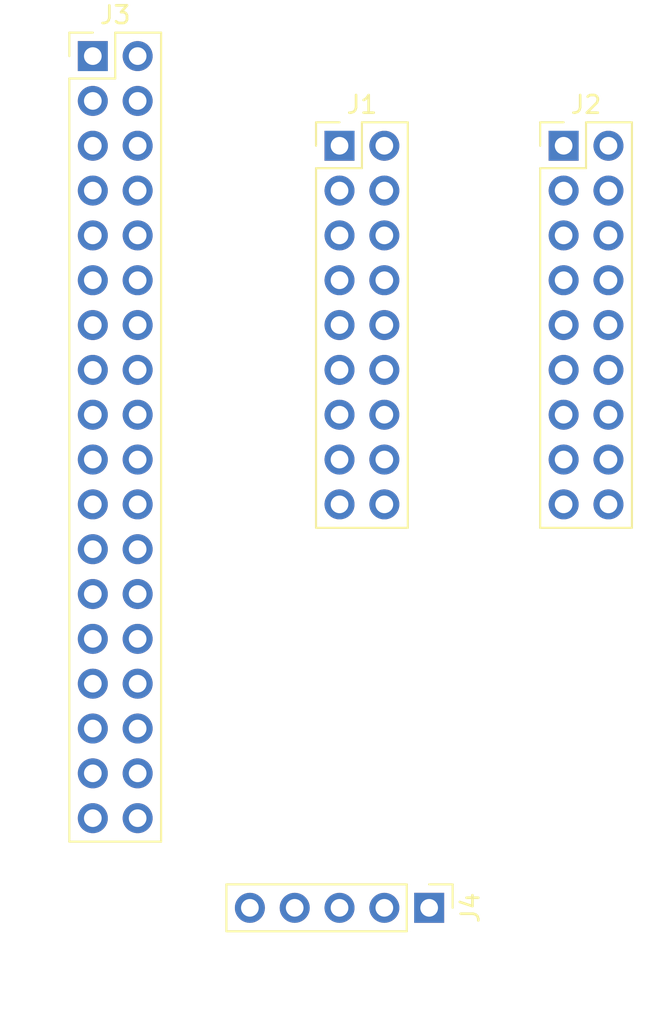
<source format=kicad_pcb>
(kicad_pcb (version 20211014) (generator pcbnew)
  (layers (0 "F.Cu" signal) (31 "B.Cu" signal) (34 "B.Paste" user) (35 "F.Paste" user) (36 "B.SilkS" user "B.Silkscreen") (37 "F.SilkS" user "F.Silkscreen") (38 "B.Mask" user) (39 "F.Mask" user) (44 "Edge.Cuts" user))
  (net 0 "")
  (net 1 "Net-(J1-Pad1)")
  (net 2 "Net-(J1-Pad2)")
  (net 3 "Net-(J1-Pad3)")
  (net 4 "Net-(J1-Pad4)")
  (net 5 "Net-(J1-Pad5)")
  (net 6 "Net-(J1-Pad6)")
  (net 7 "Net-(J1-Pad7)")
  (net 8 "Net-(J1-Pad8)")
  (net 9 "Net-(J1-Pad9)")
  (net 10 "Net-(J1-Pad10)")
  (net 11 "Net-(J1-Pad11)")
  (net 12 "Net-(J1-Pad12)")
  (net 13 "Net-(J1-Pad13)")
  (net 14 "Net-(J1-Pad14)")
  (net 15 "Net-(J1-Pad15)")
  (net 16 "Net-(J1-Pad16)")
  (net 17 "Net-(J1-Pad17)")
  (net 18 "Net-(J2-Pad1)")
  (net 19 "Net-(J2-Pad2)")
  (net 20 "Net-(J2-Pad3)")
  (net 21 "Net-(J2-Pad4)")
  (net 22 "Net-(J2-Pad5)")
  (net 23 "Net-(J2-Pad6)")
  (net 24 "Net-(J2-Pad7)")
  (net 25 "Net-(J2-Pad8)")
  (net 26 "Net-(J2-Pad9)")
  (net 27 "Net-(J2-Pad10)")
  (net 28 "Net-(J2-Pad11)")
  (net 29 "Net-(J2-Pad12)")
  (net 30 "Net-(J2-Pad13)")
  (net 31 "Net-(J2-Pad14)")
  (net 32 "Net-(J2-Pad15)")
  (net 33 "Net-(J2-Pad16)")
  (footprint "Connector_PinHeader_2.54mm:PinHeader_1x05_P2.54mm_Vertical" (layer "F.Cu") (at 91.44 99.06 -90)
    (fp_text reference "J4" (at 0 -2.33 90) (layer "F.SilkS"))
    (fp_text value "Arduino_Mega_02")
    (fp_line (start -1.33 1.27) (end -1.33 11.49) (layer "F.SilkS") (width 0.12))
    (fp_line (start -1.33 11.49) (end 1.33 11.49) (layer "F.SilkS") (width 0.12))
    (fp_line (start -1.33 0) (end -1.33 -1.33) (layer "F.SilkS") (width 0.12))
    (fp_line (start -1.33 1.27) (end 1.33 1.27) (layer "F.SilkS") (width 0.12))
    (fp_line (start -1.33 -1.33) (end 0 -1.33) (layer "F.SilkS") (width 0.12))
    (fp_line (start 1.33 1.27) (end 1.33 11.49) (layer "F.SilkS") (width 0.12))
    (pad "1" thru_hole rect (at 0 0 270) (size 1.7 1.7) (drill 1) (layers *.Cu *.Mask))
    (pad "2" thru_hole oval (at 0 2.54 270) (size 1.7 1.7) (drill 1) (layers *.Cu *.Mask) (net 1 "Net-(J1-Pad1)"))
    (pad "3" thru_hole oval (at 0 5.08 270) (size 1.7 1.7) (drill 1) (layers *.Cu *.Mask) (net 2 "Net-(J1-Pad2)"))
    (pad "4" thru_hole oval (at 0 7.62 270) (size 1.7 1.7) (drill 1) (layers *.Cu *.Mask) (net 3 "Net-(J1-Pad3)"))
    (pad "5" thru_hole oval (at 0 10.16 270) (size 1.7 1.7) (drill 1) (layers *.Cu *.Mask) (net 4 "Net-(J1-Pad4)"))
  )
  (footprint "Connector_PinHeader_2.54mm:PinHeader_2x18_P2.54mm_Vertical" (layer "F.Cu") (at 72.38 50.8)
    (fp_text reference "J3" (at 1.27 -2.33) (layer "F.SilkS"))
    (fp_text value "Arduino_Mega_01")
    (fp_line (start 1.27 -1.33) (end 3.87 -1.33) (layer "F.SilkS") (width 0.12))
    (fp_line (start 1.27 1.27) (end 1.27 -1.33) (layer "F.SilkS") (width 0.12))
    (fp_line (start -1.33 0) (end -1.33 -1.33) (layer "F.SilkS") (width 0.12))
    (fp_line (start -1.33 44.51) (end 3.87 44.51) (layer "F.SilkS") (width 0.12))
    (fp_line (start 3.87 -1.33) (end 3.87 44.51) (layer "F.SilkS") (width 0.12))
    (fp_line (start -1.33 -1.33) (end 0 -1.33) (layer "F.SilkS") (width 0.12))
    (fp_line (start -1.33 1.27) (end -1.33 44.51) (layer "F.SilkS") (width 0.12))
    (fp_line (start -1.33 1.27) (end 1.27 1.27) (layer "F.SilkS") (width 0.12))
    (pad "1" thru_hole rect (at 0 0) (size 1.7 1.7) (drill 1) (layers *.Cu *.Mask))
    (pad "2" thru_hole oval (at 2.54 0) (size 1.7 1.7) (drill 1) (layers *.Cu *.Mask))
    (pad "3" thru_hole oval (at 0 2.54) (size 1.7 1.7) (drill 1) (layers *.Cu *.Mask) (net 5 "Net-(J1-Pad5)"))
    (pad "4" thru_hole oval (at 2.54 2.54) (size 1.7 1.7) (drill 1) (layers *.Cu *.Mask) (net 6 "Net-(J1-Pad6)"))
    (pad "5" thru_hole oval (at 0 5.08) (size 1.7 1.7) (drill 1) (layers *.Cu *.Mask) (net 7 "Net-(J1-Pad7)"))
    (pad "6" thru_hole oval (at 2.54 5.08) (size 1.7 1.7) (drill 1) (layers *.Cu *.Mask) (net 8 "Net-(J1-Pad8)"))
    (pad "7" thru_hole oval (at 0 7.62) (size 1.7 1.7) (drill 1) (layers *.Cu *.Mask) (net 9 "Net-(J1-Pad9)"))
    (pad "8" thru_hole oval (at 2.54 7.62) (size 1.7 1.7) (drill 1) (layers *.Cu *.Mask) (net 10 "Net-(J1-Pad10)"))
    (pad "9" thru_hole oval (at 0 10.16) (size 1.7 1.7) (drill 1) (layers *.Cu *.Mask) (net 11 "Net-(J1-Pad11)"))
    (pad "10" thru_hole oval (at 2.54 10.16) (size 1.7 1.7) (drill 1) (layers *.Cu *.Mask) (net 12 "Net-(J1-Pad12)"))
    (pad "11" thru_hole oval (at 0 12.7) (size 1.7 1.7) (drill 1) (layers *.Cu *.Mask) (net 13 "Net-(J1-Pad13)"))
    (pad "12" thru_hole oval (at 2.54 12.7) (size 1.7 1.7) (drill 1) (layers *.Cu *.Mask) (net 14 "Net-(J1-Pad14)"))
    (pad "13" thru_hole oval (at 0 15.24) (size 1.7 1.7) (drill 1) (layers *.Cu *.Mask) (net 15 "Net-(J1-Pad15)"))
    (pad "14" thru_hole oval (at 2.54 15.24) (size 1.7 1.7) (drill 1) (layers *.Cu *.Mask) (net 16 "Net-(J1-Pad16)"))
    (pad "15" thru_hole oval (at 0 17.78) (size 1.7 1.7) (drill 1) (layers *.Cu *.Mask) (net 18 "Net-(J2-Pad1)"))
    (pad "16" thru_hole oval (at 2.54 17.78) (size 1.7 1.7) (drill 1) (layers *.Cu *.Mask) (net 19 "Net-(J2-Pad2)"))
    (pad "17" thru_hole oval (at 0 20.32) (size 1.7 1.7) (drill 1) (layers *.Cu *.Mask) (net 20 "Net-(J2-Pad3)"))
    (pad "18" thru_hole oval (at 2.54 20.32) (size 1.7 1.7) (drill 1) (layers *.Cu *.Mask) (net 21 "Net-(J2-Pad4)"))
    (pad "19" thru_hole oval (at 0 22.86) (size 1.7 1.7) (drill 1) (layers *.Cu *.Mask) (net 22 "Net-(J2-Pad5)"))
    (pad "20" thru_hole oval (at 2.54 22.86) (size 1.7 1.7) (drill 1) (layers *.Cu *.Mask) (net 23 "Net-(J2-Pad6)"))
    (pad "21" thru_hole oval (at 0 25.4) (size 1.7 1.7) (drill 1) (layers *.Cu *.Mask) (net 24 "Net-(J2-Pad7)"))
    (pad "22" thru_hole oval (at 2.54 25.4) (size 1.7 1.7) (drill 1) (layers *.Cu *.Mask) (net 25 "Net-(J2-Pad8)"))
    (pad "23" thru_hole oval (at 0 27.94) (size 1.7 1.7) (drill 1) (layers *.Cu *.Mask) (net 26 "Net-(J2-Pad9)"))
    (pad "24" thru_hole oval (at 2.54 27.94) (size 1.7 1.7) (drill 1) (layers *.Cu *.Mask) (net 27 "Net-(J2-Pad10)"))
    (pad "25" thru_hole oval (at 0 30.48) (size 1.7 1.7) (drill 1) (layers *.Cu *.Mask) (net 28 "Net-(J2-Pad11)"))
    (pad "26" thru_hole oval (at 2.54 30.48) (size 1.7 1.7) (drill 1) (layers *.Cu *.Mask) (net 29 "Net-(J2-Pad12)"))
    (pad "27" thru_hole oval (at 0 33.02) (size 1.7 1.7) (drill 1) (layers *.Cu *.Mask) (net 30 "Net-(J2-Pad13)"))
    (pad "28" thru_hole oval (at 2.54 33.02) (size 1.7 1.7) (drill 1) (layers *.Cu *.Mask) (net 31 "Net-(J2-Pad14)"))
    (pad "29" thru_hole oval (at 0 35.56) (size 1.7 1.7) (drill 1) (layers *.Cu *.Mask) (net 32 "Net-(J2-Pad15)"))
    (pad "30" thru_hole oval (at 2.54 35.56) (size 1.7 1.7) (drill 1) (layers *.Cu *.Mask) (net 33 "Net-(J2-Pad16)"))
    (pad "31" thru_hole oval (at 0 38.1) (size 1.7 1.7) (drill 1) (layers *.Cu *.Mask))
    (pad "32" thru_hole oval (at 2.54 38.1) (size 1.7 1.7) (drill 1) (layers *.Cu *.Mask))
    (pad "33" thru_hole oval (at 0 40.64) (size 1.7 1.7) (drill 1) (layers *.Cu *.Mask))
    (pad "34" thru_hole oval (at 2.54 40.64) (size 1.7 1.7) (drill 1) (layers *.Cu *.Mask))
    (pad "35" thru_hole oval (at 0 43.18) (size 1.7 1.7) (drill 1) (layers *.Cu *.Mask) (net 17 "Net-(J1-Pad17)"))
    (pad "36" thru_hole oval (at 2.54 43.18) (size 1.7 1.7) (drill 1) (layers *.Cu *.Mask))
  )
  (footprint "Connector_PinHeader_2.54mm:PinHeader_2x09_P2.54mm_Vertical" (layer "F.Cu") (at 86.36 55.88)
    (fp_text reference "J1" (at 1.27 -2.33) (layer "F.SilkS"))
    (fp_text value "Relay_1_16")
    (fp_line (start -1.33 0) (end -1.33 -1.33) (layer "F.SilkS") (width 0.12))
    (fp_line (start 1.27 -1.33) (end 3.87 -1.33) (layer "F.SilkS") (width 0.12))
    (fp_line (start -1.33 1.27) (end -1.33 21.65) (layer "F.SilkS") (width 0.12))
    (fp_line (start -1.33 -1.33) (end 0 -1.33) (layer "F.SilkS") (width 0.12))
    (fp_line (start 3.87 -1.33) (end 3.87 21.65) (layer "F.SilkS") (width 0.12))
    (fp_line (start 1.27 1.27) (end 1.27 -1.33) (layer "F.SilkS") (width 0.12))
    (fp_line (start -1.33 21.65) (end 3.87 21.65) (layer "F.SilkS") (width 0.12))
    (fp_line (start -1.33 1.27) (end 1.27 1.27) (layer "F.SilkS") (width 0.12))
    (pad "1" thru_hole rect (at 0 0) (size 1.7 1.7) (drill 1) (layers *.Cu *.Mask) (net 1 "Net-(J1-Pad1)"))
    (pad "2" thru_hole oval (at 2.54 0) (size 1.7 1.7) (drill 1) (layers *.Cu *.Mask) (net 2 "Net-(J1-Pad2)"))
    (pad "3" thru_hole oval (at 0 2.54) (size 1.7 1.7) (drill 1) (layers *.Cu *.Mask) (net 3 "Net-(J1-Pad3)"))
    (pad "4" thru_hole oval (at 2.54 2.54) (size 1.7 1.7) (drill 1) (layers *.Cu *.Mask) (net 4 "Net-(J1-Pad4)"))
    (pad "5" thru_hole oval (at 0 5.08) (size 1.7 1.7) (drill 1) (layers *.Cu *.Mask) (net 5 "Net-(J1-Pad5)"))
    (pad "6" thru_hole oval (at 2.54 5.08) (size 1.7 1.7) (drill 1) (layers *.Cu *.Mask) (net 6 "Net-(J1-Pad6)"))
    (pad "7" thru_hole oval (at 0 7.62) (size 1.7 1.7) (drill 1) (layers *.Cu *.Mask) (net 7 "Net-(J1-Pad7)"))
    (pad "8" thru_hole oval (at 2.54 7.62) (size 1.7 1.7) (drill 1) (layers *.Cu *.Mask) (net 8 "Net-(J1-Pad8)"))
    (pad "9" thru_hole oval (at 0 10.16) (size 1.7 1.7) (drill 1) (layers *.Cu *.Mask) (net 9 "Net-(J1-Pad9)"))
    (pad "10" thru_hole oval (at 2.54 10.16) (size 1.7 1.7) (drill 1) (layers *.Cu *.Mask) (net 10 "Net-(J1-Pad10)"))
    (pad "11" thru_hole oval (at 0 12.7) (size 1.7 1.7) (drill 1) (layers *.Cu *.Mask) (net 11 "Net-(J1-Pad11)"))
    (pad "12" thru_hole oval (at 2.54 12.7) (size 1.7 1.7) (drill 1) (layers *.Cu *.Mask) (net 12 "Net-(J1-Pad12)"))
    (pad "13" thru_hole oval (at 0 15.24) (size 1.7 1.7) (drill 1) (layers *.Cu *.Mask) (net 13 "Net-(J1-Pad13)"))
    (pad "14" thru_hole oval (at 2.54 15.24) (size 1.7 1.7) (drill 1) (layers *.Cu *.Mask) (net 14 "Net-(J1-Pad14)"))
    (pad "15" thru_hole oval (at 0 17.78) (size 1.7 1.7) (drill 1) (layers *.Cu *.Mask) (net 15 "Net-(J1-Pad15)"))
    (pad "16" thru_hole oval (at 2.54 17.78) (size 1.7 1.7) (drill 1) (layers *.Cu *.Mask) (net 16 "Net-(J1-Pad16)"))
    (pad "17" thru_hole oval (at 0 20.32) (size 1.7 1.7) (drill 1) (layers *.Cu *.Mask) (net 17 "Net-(J1-Pad17)"))
    (pad "18" thru_hole oval (at 2.54 20.32) (size 1.7 1.7) (drill 1) (layers *.Cu *.Mask) (net 17 "Net-(J1-Pad17)"))
  )
  (footprint "Connector_PinHeader_2.54mm:PinHeader_2x09_P2.54mm_Vertical" (layer "F.Cu") (at 99.06 55.88)
    (fp_text reference "J2" (at 1.27 -2.33) (layer "F.SilkS"))
    (fp_text value "Relay_17_32")
    (fp_line (start 1.27 -1.33) (end 3.87 -1.33) (layer "F.SilkS") (width 0.12))
    (fp_line (start 3.87 -1.33) (end 3.87 21.65) (layer "F.SilkS") (width 0.12))
    (fp_line (start -1.33 0) (end -1.33 -1.33) (layer "F.SilkS") (width 0.12))
    (fp_line (start -1.33 -1.33) (end 0 -1.33) (layer "F.SilkS") (width 0.12))
    (fp_line (start -1.33 1.27) (end -1.33 21.65) (layer "F.SilkS") (width 0.12))
    (fp_line (start -1.33 21.65) (end 3.87 21.65) (layer "F.SilkS") (width 0.12))
    (fp_line (start -1.33 1.27) (end 1.27 1.27) (layer "F.SilkS") (width 0.12))
    (fp_line (start 1.27 1.27) (end 1.27 -1.33) (layer "F.SilkS") (width 0.12))
    (pad "1" thru_hole rect (at 0 0) (size 1.7 1.7) (drill 1) (layers *.Cu *.Mask) (net 18 "Net-(J2-Pad1)"))
    (pad "2" thru_hole oval (at 2.54 0) (size 1.7 1.7) (drill 1) (layers *.Cu *.Mask) (net 19 "Net-(J2-Pad2)"))
    (pad "3" thru_hole oval (at 0 2.54) (size 1.7 1.7) (drill 1) (layers *.Cu *.Mask) (net 20 "Net-(J2-Pad3)"))
    (pad "4" thru_hole oval (at 2.54 2.54) (size 1.7 1.7) (drill 1) (layers *.Cu *.Mask) (net 21 "Net-(J2-Pad4)"))
    (pad "5" thru_hole oval (at 0 5.08) (size 1.7 1.7) (drill 1) (layers *.Cu *.Mask) (net 22 "Net-(J2-Pad5)"))
    (pad "6" thru_hole oval (at 2.54 5.08) (size 1.7 1.7) (drill 1) (layers *.Cu *.Mask) (net 23 "Net-(J2-Pad6)"))
    (pad "7" thru_hole oval (at 0 7.62) (size 1.7 1.7) (drill 1) (layers *.Cu *.Mask) (net 24 "Net-(J2-Pad7)"))
    (pad "8" thru_hole oval (at 2.54 7.62) (size 1.7 1.7) (drill 1) (layers *.Cu *.Mask) (net 25 "Net-(J2-Pad8)"))
    (pad "9" thru_hole oval (at 0 10.16) (size 1.7 1.7) (drill 1) (layers *.Cu *.Mask) (net 26 "Net-(J2-Pad9)"))
    (pad "10" thru_hole oval (at 2.54 10.16) (size 1.7 1.7) (drill 1) (layers *.Cu *.Mask) (net 27 "Net-(J2-Pad10)"))
    (pad "11" thru_hole oval (at 0 12.7) (size 1.7 1.7) (drill 1) (layers *.Cu *.Mask) (net 28 "Net-(J2-Pad11)"))
    (pad "12" thru_hole oval (at 2.54 12.7) (size 1.7 1.7) (drill 1) (layers *.Cu *.Mask) (net 29 "Net-(J2-Pad12)"))
    (pad "13" thru_hole oval (at 0 15.24) (size 1.7 1.7) (drill 1) (layers *.Cu *.Mask) (net 30 "Net-(J2-Pad13)"))
    (pad "14" thru_hole oval (at 2.54 15.24) (size 1.7 1.7) (drill 1) (layers *.Cu *.Mask) (net 31 "Net-(J2-Pad14)"))
    (pad "15" thru_hole oval (at 0 17.78) (size 1.7 1.7) (drill 1) (layers *.Cu *.Mask) (net 32 "Net-(J2-Pad15)"))
    (pad "16" thru_hole oval (at 2.54 17.78) (size 1.7 1.7) (drill 1) (layers *.Cu *.Mask) (net 33 "Net-(J2-Pad16)"))
    (pad "17" thru_hole oval (at 0 20.32) (size 1.7 1.7) (drill 1) (layers *.Cu *.Mask) (net 17 "Net-(J1-Pad17)"))
    (pad "18" thru_hole oval (at 2.54 20.32) (size 1.7 1.7) (drill 1) (layers *.Cu *.Mask) (net 17 "Net-(J1-Pad17)"))
  )
)
</source>
